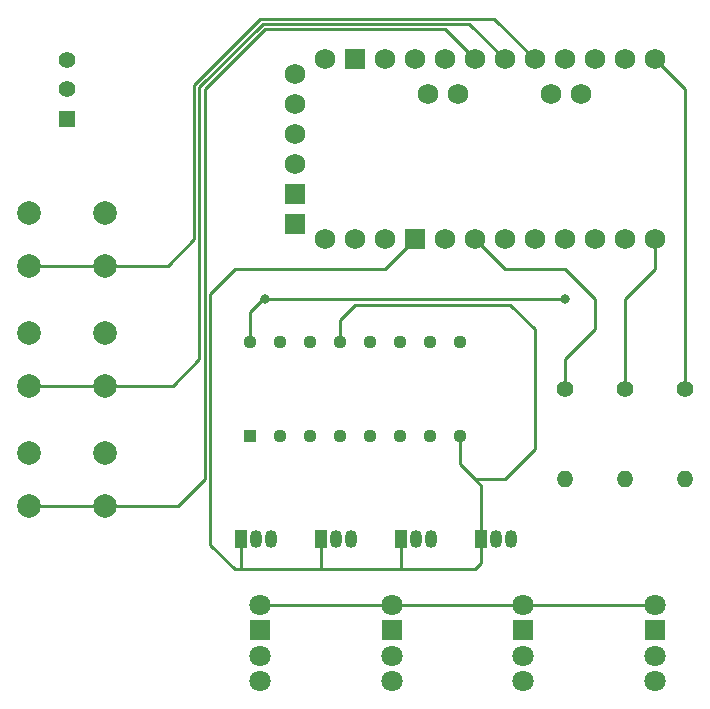
<source format=gbr>
%TF.GenerationSoftware,KiCad,Pcbnew,(6.0.11)*%
%TF.CreationDate,2023-02-01T23:46:18-08:00*%
%TF.ProjectId,ath,6174682e-6b69-4636-9164-5f7063625858,Original*%
%TF.SameCoordinates,Original*%
%TF.FileFunction,Copper,L2,Bot*%
%TF.FilePolarity,Positive*%
%FSLAX46Y46*%
G04 Gerber Fmt 4.6, Leading zero omitted, Abs format (unit mm)*
G04 Created by KiCad (PCBNEW (6.0.11)) date 2023-02-01 23:46:18*
%MOMM*%
%LPD*%
G01*
G04 APERTURE LIST*
%TA.AperFunction,ComponentPad*%
%ADD10C,1.400000*%
%TD*%
%TA.AperFunction,ComponentPad*%
%ADD11O,1.400000X1.400000*%
%TD*%
%TA.AperFunction,ComponentPad*%
%ADD12R,1.130000X1.130000*%
%TD*%
%TA.AperFunction,ComponentPad*%
%ADD13C,1.130000*%
%TD*%
%TA.AperFunction,ComponentPad*%
%ADD14R,1.050000X1.500000*%
%TD*%
%TA.AperFunction,ComponentPad*%
%ADD15O,1.050000X1.500000*%
%TD*%
%TA.AperFunction,ComponentPad*%
%ADD16C,1.800000*%
%TD*%
%TA.AperFunction,ComponentPad*%
%ADD17R,1.800000X1.800000*%
%TD*%
%TA.AperFunction,ComponentPad*%
%ADD18R,1.408000X1.408000*%
%TD*%
%TA.AperFunction,ComponentPad*%
%ADD19C,1.408000*%
%TD*%
%TA.AperFunction,ComponentPad*%
%ADD20C,2.000000*%
%TD*%
%TA.AperFunction,ComponentPad*%
%ADD21C,1.727200*%
%TD*%
%TA.AperFunction,ComponentPad*%
%ADD22R,1.727200X1.727200*%
%TD*%
%TA.AperFunction,ViaPad*%
%ADD23C,0.800000*%
%TD*%
%TA.AperFunction,Conductor*%
%ADD24C,0.250000*%
%TD*%
G04 APERTURE END LIST*
D10*
%TO.P,R2,1*%
%TO.N,Net-(CTRL0-PadD10)*%
X187960000Y-66040000D03*
D11*
%TO.P,R2,2*%
%TO.N,Net-(D0-Pad4)*%
X187960000Y-73660000D03*
%TD*%
D12*
%TO.P,IC0,1,QB*%
%TO.N,Net-(IC0-Pad1)*%
X151130000Y-70010000D03*
D13*
%TO.P,IC0,2,QC*%
%TO.N,Net-(IC0-Pad2)*%
X153670000Y-70010000D03*
%TO.P,IC0,3,QD*%
%TO.N,Net-(IC0-Pad3)*%
X156210000Y-70010000D03*
%TO.P,IC0,4,QE*%
%TO.N,unconnected-(IC0-Pad4)*%
X158750000Y-70010000D03*
%TO.P,IC0,5,QF*%
%TO.N,unconnected-(IC0-Pad5)*%
X161290000Y-70010000D03*
%TO.P,IC0,6,QG*%
%TO.N,unconnected-(IC0-Pad6)*%
X163830000Y-70010000D03*
%TO.P,IC0,7,QH*%
%TO.N,unconnected-(IC0-Pad7)*%
X166370000Y-70010000D03*
%TO.P,IC0,8,GND*%
%TO.N,Net-(CTRL0-PadGND1)*%
X168910000Y-70010000D03*
%TO.P,IC0,9,QH'*%
%TO.N,unconnected-(IC0-Pad9)*%
X168910000Y-62070000D03*
%TO.P,IC0,10,~{SRCLR}*%
%TO.N,Net-(CTRL0-PadVcc1)*%
X166370000Y-62070000D03*
%TO.P,IC0,11,SRCLK*%
%TO.N,Net-(CTRL0-PadD6)*%
X163830000Y-62070000D03*
%TO.P,IC0,12,RCLK*%
%TO.N,Net-(CTRL0-PadD5)*%
X161290000Y-62070000D03*
%TO.P,IC0,13,~{OE}*%
%TO.N,Net-(CTRL0-PadGND1)*%
X158750000Y-62070000D03*
%TO.P,IC0,14,SER*%
%TO.N,Net-(CTRL0-PadD4)*%
X156210000Y-62070000D03*
%TO.P,IC0,15,QA*%
%TO.N,Net-(IC0-Pad15)*%
X153670000Y-62070000D03*
%TO.P,IC0,16,VCC*%
%TO.N,Net-(CTRL0-PadVcc1)*%
X151130000Y-62070000D03*
%TD*%
D14*
%TO.P,T3,1,E*%
%TO.N,Net-(CTRL0-PadGND1)*%
X170712712Y-78740000D03*
D15*
%TO.P,T3,2,B*%
%TO.N,Net-(IC0-Pad3)*%
X171982712Y-78740000D03*
%TO.P,T3,3,C*%
%TO.N,Net-(D3-Pad2)*%
X173252712Y-78740000D03*
%TD*%
D14*
%TO.P,T1,1,E*%
%TO.N,Net-(CTRL0-PadGND1)*%
X157166045Y-78740000D03*
D15*
%TO.P,T1,2,B*%
%TO.N,Net-(IC0-Pad1)*%
X158436045Y-78740000D03*
%TO.P,T1,3,C*%
%TO.N,Net-(D1-Pad2)*%
X159706045Y-78740000D03*
%TD*%
D16*
%TO.P,D2,1,RK*%
%TO.N,Net-(D0-Pad1)*%
X174286666Y-84306500D03*
D17*
%TO.P,D2,2,A*%
%TO.N,Net-(D2-Pad2)*%
X174286666Y-86465500D03*
D16*
%TO.P,D2,3,GK*%
%TO.N,Net-(D0-Pad3)*%
X174286666Y-88624500D03*
%TO.P,D2,4,BK*%
%TO.N,Net-(D0-Pad4)*%
X174286666Y-90783500D03*
%TD*%
D14*
%TO.P,T2,1,E*%
%TO.N,Net-(CTRL0-PadGND1)*%
X163939378Y-78740000D03*
D15*
%TO.P,T2,2,B*%
%TO.N,Net-(IC0-Pad2)*%
X165209378Y-78740000D03*
%TO.P,T2,3,C*%
%TO.N,Net-(D2-Pad2)*%
X166479378Y-78740000D03*
%TD*%
D18*
%TO.P,PSW0,1*%
%TO.N,Net-(CTRL0-PadRAW)*%
X135668872Y-43140000D03*
D19*
%TO.P,PSW0,2*%
%TO.N,Net-(PSW0-Pad2)*%
X135668872Y-40640000D03*
%TO.P,PSW0,3*%
%TO.N,unconnected-(PSW0-Pad3)*%
X135668872Y-38140000D03*
%TD*%
D20*
%TO.P,SW2,1,1*%
%TO.N,Net-(CTRL0-PadVcc1)*%
X138918872Y-71410000D03*
X132418872Y-71410000D03*
%TO.P,SW2,2,2*%
%TO.N,Net-(CTRL0-PadA2)*%
X138918872Y-75910000D03*
X132418872Y-75910000D03*
%TD*%
D16*
%TO.P,D0,1,RK*%
%TO.N,Net-(D0-Pad1)*%
X152020000Y-84306500D03*
D17*
%TO.P,D0,2,A*%
%TO.N,Net-(D0-Pad2)*%
X152020000Y-86465500D03*
D16*
%TO.P,D0,3,GK*%
%TO.N,Net-(D0-Pad3)*%
X152020000Y-88624500D03*
%TO.P,D0,4,BK*%
%TO.N,Net-(D0-Pad4)*%
X152020000Y-90783500D03*
%TD*%
D20*
%TO.P,SW1,1,1*%
%TO.N,Net-(CTRL0-PadVcc1)*%
X138918872Y-61250000D03*
X132418872Y-61250000D03*
%TO.P,SW1,2,2*%
%TO.N,Net-(CTRL0-PadA1)*%
X138918872Y-65750000D03*
X132418872Y-65750000D03*
%TD*%
D16*
%TO.P,D1,1,RK*%
%TO.N,Net-(D0-Pad1)*%
X163153333Y-84306500D03*
D17*
%TO.P,D1,2,A*%
%TO.N,Net-(D1-Pad2)*%
X163153333Y-86465500D03*
D16*
%TO.P,D1,3,GK*%
%TO.N,Net-(D0-Pad3)*%
X163153333Y-88624500D03*
%TO.P,D1,4,BK*%
%TO.N,Net-(D0-Pad4)*%
X163153333Y-90783500D03*
%TD*%
D20*
%TO.P,SW0,1,1*%
%TO.N,Net-(CTRL0-PadVcc1)*%
X132418872Y-51090000D03*
X138918872Y-51090000D03*
%TO.P,SW0,2,2*%
%TO.N,Net-(CTRL0-PadA0)*%
X132418872Y-55590000D03*
X138918872Y-55590000D03*
%TD*%
D21*
%TO.P,CTRL0,A0,A0*%
%TO.N,Net-(CTRL0-PadA0)*%
X175260000Y-38100000D03*
%TO.P,CTRL0,A1,A1*%
%TO.N,Net-(CTRL0-PadA1)*%
X172720000Y-38100000D03*
%TO.P,CTRL0,A2,A2*%
%TO.N,Net-(CTRL0-PadA2)*%
X170180000Y-38100000D03*
%TO.P,CTRL0,A3,A3*%
%TO.N,unconnected-(CTRL0-PadA3)*%
X167640000Y-38100000D03*
%TO.P,CTRL0,A4,A4_SDA*%
%TO.N,unconnected-(CTRL0-PadA4)*%
X168790600Y-41025900D03*
%TO.P,CTRL0,A5,A5_SCL*%
%TO.N,unconnected-(CTRL0-PadA5)*%
X166250600Y-41025900D03*
%TO.P,CTRL0,A6,A6*%
%TO.N,unconnected-(CTRL0-PadA6)*%
X179204600Y-41025900D03*
%TO.P,CTRL0,A7,A7*%
%TO.N,unconnected-(CTRL0-PadA7)*%
X176664000Y-41025900D03*
%TO.P,CTRL0,D0,D0_RXI*%
%TO.N,unconnected-(CTRL0-PadD0)*%
X160020000Y-53340000D03*
%TO.P,CTRL0,D1,D1_TXO*%
%TO.N,unconnected-(CTRL0-PadD1)*%
X157480000Y-53340000D03*
%TO.P,CTRL0,D2,D2_INT0*%
%TO.N,unconnected-(CTRL0-PadD2)*%
X167640000Y-53340000D03*
%TO.P,CTRL0,D3,D3_INT1*%
%TO.N,Net-(CTRL0-PadD3)*%
X170180000Y-53340000D03*
%TO.P,CTRL0,D4,D4*%
%TO.N,Net-(CTRL0-PadD4)*%
X172720000Y-53340000D03*
%TO.P,CTRL0,D5,D5*%
%TO.N,Net-(CTRL0-PadD5)*%
X175260000Y-53340000D03*
%TO.P,CTRL0,D6,D6*%
%TO.N,Net-(CTRL0-PadD6)*%
X177800000Y-53340000D03*
%TO.P,CTRL0,D7,D7*%
%TO.N,unconnected-(CTRL0-PadD7)*%
X180340000Y-53340000D03*
%TO.P,CTRL0,D8,D8*%
%TO.N,unconnected-(CTRL0-PadD8)*%
X182880000Y-53340000D03*
%TO.P,CTRL0,D9,D9*%
%TO.N,Net-(CTRL0-PadD9)*%
X185420000Y-53340000D03*
%TO.P,CTRL0,D10,D10_CS*%
%TO.N,Net-(CTRL0-PadD10)*%
X185420000Y-38100000D03*
%TO.P,CTRL0,D11,D11_MISO*%
%TO.N,unconnected-(CTRL0-PadD11)*%
X182880000Y-38100000D03*
%TO.P,CTRL0,D12,D12_MOSI*%
%TO.N,unconnected-(CTRL0-PadD12)*%
X180340000Y-38100000D03*
%TO.P,CTRL0,D13,D13_SCK*%
%TO.N,unconnected-(CTRL0-PadD13)*%
X177800000Y-38100000D03*
%TO.P,CTRL0,DTR,~{DTR}*%
%TO.N,unconnected-(CTRL0-PadDTR)*%
X154940000Y-39370000D03*
D22*
%TO.P,CTRL0,GND1,GND*%
%TO.N,Net-(CTRL0-PadGND1)*%
X165100000Y-53340000D03*
%TO.P,CTRL0,GND2,GND*%
%TO.N,Net-(CTRL0-PadGND2)*%
X160020000Y-38100000D03*
%TO.P,CTRL0,GND4,GND*%
%TO.N,unconnected-(CTRL0-PadGND4)*%
X154940000Y-49530000D03*
%TO.P,CTRL0,GND5,GND*%
%TO.N,unconnected-(CTRL0-PadGND5)*%
X154940000Y-52070000D03*
D21*
%TO.P,CTRL0,RAW,RAW*%
%TO.N,Net-(CTRL0-PadRAW)*%
X157480000Y-38100000D03*
%TO.P,CTRL0,RST1,RESET*%
%TO.N,unconnected-(CTRL0-PadRST1)*%
X162560000Y-53340000D03*
%TO.P,CTRL0,RST2,RESET*%
%TO.N,unconnected-(CTRL0-PadRST2)*%
X162560000Y-38100000D03*
%TO.P,CTRL0,RXI,RXI*%
%TO.N,unconnected-(CTRL0-PadRXI)*%
X154940000Y-44450000D03*
%TO.P,CTRL0,TXO,TXO*%
%TO.N,unconnected-(CTRL0-PadTXO)*%
X154940000Y-41910000D03*
%TO.P,CTRL0,Vcc1,Vcc*%
%TO.N,Net-(CTRL0-PadVcc1)*%
X165100000Y-38100000D03*
%TO.P,CTRL0,Vcc2,Vcc*%
%TO.N,unconnected-(CTRL0-PadVcc2)*%
X154940000Y-46990000D03*
%TD*%
D16*
%TO.P,D3,1,RK*%
%TO.N,Net-(D0-Pad1)*%
X185420000Y-84306500D03*
D17*
%TO.P,D3,2,A*%
%TO.N,Net-(D3-Pad2)*%
X185420000Y-86465500D03*
D16*
%TO.P,D3,3,GK*%
%TO.N,Net-(D0-Pad3)*%
X185420000Y-88624500D03*
%TO.P,D3,4,BK*%
%TO.N,Net-(D0-Pad4)*%
X185420000Y-90783500D03*
%TD*%
D10*
%TO.P,R0,1*%
%TO.N,Net-(CTRL0-PadD3)*%
X177800000Y-66040000D03*
D11*
%TO.P,R0,2*%
%TO.N,Net-(D0-Pad1)*%
X177800000Y-73660000D03*
%TD*%
D14*
%TO.P,T0,1,E*%
%TO.N,Net-(CTRL0-PadGND1)*%
X150392712Y-78740000D03*
D15*
%TO.P,T0,2,B*%
%TO.N,Net-(IC0-Pad15)*%
X151662712Y-78740000D03*
%TO.P,T0,3,C*%
%TO.N,Net-(D0-Pad2)*%
X152932712Y-78740000D03*
%TD*%
D10*
%TO.P,R1,1*%
%TO.N,Net-(CTRL0-PadD9)*%
X182880000Y-66040000D03*
D11*
%TO.P,R1,2*%
%TO.N,Net-(D0-Pad3)*%
X182880000Y-73660000D03*
%TD*%
D23*
%TO.N,Net-(CTRL0-PadVcc1)*%
X177800000Y-58420000D03*
X152400000Y-58420000D03*
%TD*%
D24*
%TO.N,Net-(CTRL0-PadA0)*%
X146420000Y-53340000D02*
X146420000Y-40267208D01*
X146420000Y-40267208D02*
X152027208Y-34660000D01*
X144170000Y-55590000D02*
X146420000Y-53340000D01*
X171820000Y-34660000D02*
X175260000Y-38100000D01*
X152027208Y-34660000D02*
X171820000Y-34660000D01*
X132418872Y-55590000D02*
X138918872Y-55590000D01*
X138918872Y-55590000D02*
X144170000Y-55590000D01*
%TO.N,Net-(CTRL0-PadA1)*%
X146870000Y-40453604D02*
X152213604Y-35110000D01*
X144620000Y-65750000D02*
X146870000Y-63500000D01*
X152213604Y-35110000D02*
X169730000Y-35110000D01*
X132418872Y-65750000D02*
X138918872Y-65750000D01*
X169730000Y-35110000D02*
X172720000Y-38100000D01*
X146870000Y-63500000D02*
X146870000Y-40453604D01*
X138918872Y-65750000D02*
X144620000Y-65750000D01*
%TO.N,Net-(CTRL0-PadA2)*%
X147320000Y-40640000D02*
X152400000Y-35560000D01*
X145070000Y-75910000D02*
X147320000Y-73660000D01*
X170180000Y-38100000D02*
X167640000Y-35560000D01*
X132418872Y-75910000D02*
X138918872Y-75910000D01*
X167640000Y-35560000D02*
X152400000Y-35560000D01*
X138918872Y-75910000D02*
X145070000Y-75910000D01*
X147320000Y-73660000D02*
X147320000Y-40640000D01*
%TO.N,Net-(CTRL0-PadD3)*%
X172720000Y-55880000D02*
X177800000Y-55880000D01*
X177800000Y-63500000D02*
X177800000Y-66040000D01*
X180340000Y-58420000D02*
X180340000Y-60960000D01*
X177800000Y-55880000D02*
X180340000Y-58420000D01*
X170180000Y-53340000D02*
X172720000Y-55880000D01*
X180340000Y-60960000D02*
X177800000Y-63500000D01*
%TO.N,Net-(CTRL0-PadD9)*%
X185420000Y-53340000D02*
X185420000Y-55880000D01*
X182880000Y-58420000D02*
X182880000Y-66040000D01*
X185420000Y-55880000D02*
X182880000Y-58420000D01*
%TO.N,Net-(CTRL0-PadGND1)*%
X170712712Y-78740000D02*
X170712712Y-80747288D01*
X157480000Y-81280000D02*
X150392712Y-81280000D01*
X165100000Y-81280000D02*
X157480000Y-81280000D01*
X147770000Y-57970000D02*
X147770000Y-79190000D01*
X170712712Y-80747288D02*
X170180000Y-81280000D01*
X165100000Y-81280000D02*
X163939378Y-81280000D01*
X149860000Y-55880000D02*
X147770000Y-57970000D01*
X170180000Y-81280000D02*
X165100000Y-81280000D01*
X162560000Y-55880000D02*
X149860000Y-55880000D01*
X157166045Y-81280000D02*
X157166045Y-78740000D01*
X149860000Y-81280000D02*
X150392712Y-81280000D01*
X172720000Y-73660000D02*
X170180000Y-73660000D01*
X170712712Y-78740000D02*
X170712712Y-74192712D01*
X157480000Y-81280000D02*
X157166045Y-81280000D01*
X165100000Y-53340000D02*
X162560000Y-55880000D01*
X158750000Y-60140000D02*
X160020000Y-58870000D01*
X147770000Y-79190000D02*
X149860000Y-81280000D01*
X173170000Y-58870000D02*
X175260000Y-60960000D01*
X150392712Y-81280000D02*
X150392712Y-78740000D01*
X175260000Y-71120000D02*
X172720000Y-73660000D01*
X163939378Y-81280000D02*
X163939378Y-78740000D01*
X175260000Y-60960000D02*
X175260000Y-71120000D01*
X158750000Y-62070000D02*
X158750000Y-60140000D01*
X160020000Y-58870000D02*
X173170000Y-58870000D01*
X170180000Y-73660000D02*
X168910000Y-72390000D01*
X168910000Y-72390000D02*
X168910000Y-70010000D01*
X170712712Y-74192712D02*
X170180000Y-73660000D01*
%TO.N,Net-(CTRL0-PadVcc1)*%
X152240000Y-58420000D02*
X151130000Y-59530000D01*
X177800000Y-58420000D02*
X152400000Y-58420000D01*
X151130000Y-59530000D02*
X151130000Y-62070000D01*
X152400000Y-58420000D02*
X152240000Y-58420000D01*
%TO.N,Net-(CTRL0-PadD10)*%
X185420000Y-38100000D02*
X187960000Y-40640000D01*
X187960000Y-40640000D02*
X187960000Y-66040000D01*
%TO.N,Net-(D0-Pad1)*%
X174286666Y-84306500D02*
X185420000Y-84306500D01*
X152020000Y-84306500D02*
X163153333Y-84306500D01*
X163153333Y-84306500D02*
X174286666Y-84306500D01*
%TD*%
M02*

</source>
